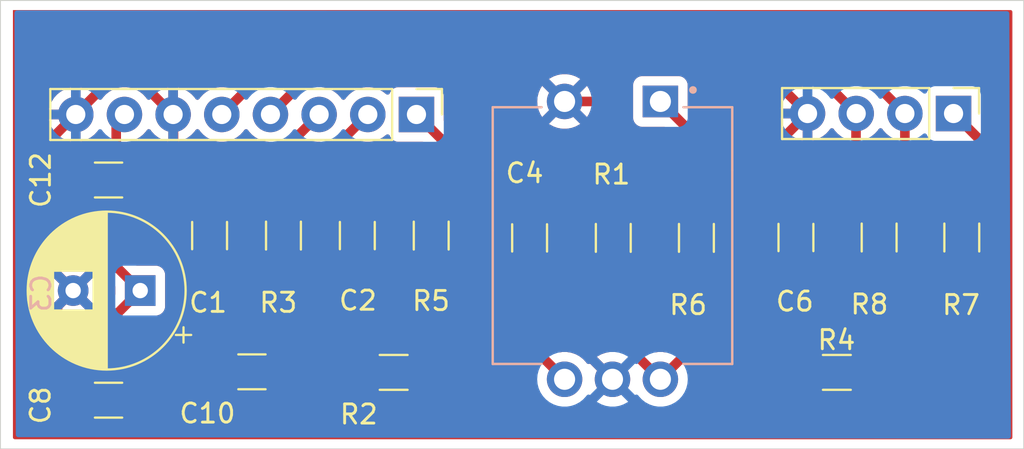
<source format=kicad_pcb>
(kicad_pcb (version 20221018) (generator pcbnew)
  (layers (0 "F.Cu" signal) (31 "B.Cu" signal) (34 "B.Paste" user) (35 "F.Paste" user) (36 "B.SilkS" user "B.Silkscreen") (37 "F.SilkS" user "F.Silkscreen") (38 "B.Mask" user) (39 "F.Mask" user) (44 "Edge.Cuts" user))
  (net 0 "")
  (net 1 "EncoderB")
  (net 2 "GND")
  (net 3 "EncoderA")
  (net 4 "5V")
  (net 5 "SW1")
  (net 6 "Net-(R1-Pad1)")
  (net 7 "Net-(R2-Pad2)")
  (net 8 "Net-(R4-Pad1)")
  (net 9 "SDA")
  (net 10 "SCL")
  (footprint "VAMK_R_SMD:1206" (layer "F.Cu") (at 131.38 89.27 90)
    (fp_text reference "R5" (at -3.41 -0.01 180) (layer "F.SilkS"))
    (fp_text value "10k" hide)
    (fp_line (start -0.727064 -0.91) (end 0.727064 -0.91) (stroke (width 0.12)) (layer "F.SilkS"))
    (fp_line (start -0.727064 0.91) (end 0.727064 0.91) (stroke (width 0.12)) (layer "F.SilkS"))
    (pad "1" smd roundrect (at -1.55 0 90) (size 1.3 1.75) (layers "F.Cu" "F.Paste" "F.Mask") (roundrect_rratio 0.192308) (net 8 "Net-(R4-Pad1)"))
    (pad "2" smd roundrect (at 1.55 0 90) (size 1.3 1.75) (layers "F.Cu" "F.Paste" "F.Mask") (roundrect_rratio 0.192308) (net 3 "EncoderA"))
  )
  (footprint "VAMK_C_SMD:C1206" (layer "F.Cu") (at 127.524335 89.27 -90)
    (fp_text reference "C2" (at 3.39 -0.03 -180) (layer "F.SilkS"))
    (fp_text value "10NF_50V_CER" hide)
    (fp_line (start -0.711252 -0.91) (end 0.711252 -0.91) (stroke (width 0.12)) (layer "F.SilkS"))
    (fp_line (start -0.711252 0.91) (end 0.711252 0.91) (stroke (width 0.12)) (layer "F.SilkS"))
    (pad "1" smd roundrect (at -1.475 0 270) (size 1.15 1.8) (layers "F.Cu" "F.Paste" "F.Mask") (roundrect_rratio 0.217391) (net 3 "EncoderA"))
    (pad "2" smd roundrect (at 1.475 0 270) (size 1.15 1.8) (layers "F.Cu" "F.Paste" "F.Mask") (roundrect_rratio 0.217391) (net 2 "GND"))
  )
  (footprint "VAMK_C_SMD:C1206" (layer "F.Cu") (at 122.023674 96.38)
    (fp_text reference "C10" (at -2.323674 2.17) (layer "F.SilkS"))
    (fp_text value "100NF_50V_CER" hide)
    (fp_line (start -0.711252 -0.91) (end 0.711252 -0.91) (stroke (width 0.12)) (layer "F.SilkS"))
    (fp_line (start -0.711252 0.91) (end 0.711252 0.91) (stroke (width 0.12)) (layer "F.SilkS"))
    (pad "1" smd roundrect (at -1.475 0) (size 1.15 1.8) (layers "F.Cu" "F.Paste" "F.Mask") (roundrect_rratio 0.217391) (net 4 "5V"))
    (pad "2" smd roundrect (at 1.475 0) (size 1.15 1.8) (layers "F.Cu" "F.Paste" "F.Mask") (roundrect_rratio 0.217391) (net 2 "GND"))
  )
  (footprint "VAMK_R_SMD:1206" (layer "F.Cu") (at 129.42 96.41)
    (fp_text reference "R2" (at -1.82 2.19) (layer "F.SilkS"))
    (fp_text value "10k" hide)
    (fp_line (start -0.727064 -0.91) (end 0.727064 -0.91) (stroke (width 0.12)) (layer "F.SilkS"))
    (fp_line (start -0.727064 0.91) (end 0.727064 0.91) (stroke (width 0.12)) (layer "F.SilkS"))
    (pad "1" smd roundrect (at -1.55 0) (size 1.3 1.75) (layers "F.Cu" "F.Paste" "F.Mask") (roundrect_rratio 0.192308) (net 4 "5V"))
    (pad "2" smd roundrect (at 1.55 0) (size 1.3 1.75) (layers "F.Cu" "F.Paste" "F.Mask") (roundrect_rratio 0.192308) (net 7 "Net-(R2-Pad2)"))
  )
  (footprint "VAMK_C_SMD:C1206" (layer "F.Cu") (at 119.813011 89.27 -90)
    (fp_text reference "C1" (at 3.5 0.08 -180) (layer "F.SilkS"))
    (fp_text value "10NF_50V_CER" hide)
    (fp_line (start -0.711252 -0.91) (end 0.711252 -0.91) (stroke (width 0.12)) (layer "F.SilkS"))
    (fp_line (start -0.711252 0.91) (end 0.711252 0.91) (stroke (width 0.12)) (layer "F.SilkS"))
    (pad "1" smd roundrect (at -1.475 0 270) (size 1.15 1.8) (layers "F.Cu" "F.Paste" "F.Mask") (roundrect_rratio 0.217391) (net 1 "EncoderB"))
    (pad "2" smd roundrect (at 1.475 0 270) (size 1.15 1.8) (layers "F.Cu" "F.Paste" "F.Mask") (roundrect_rratio 0.217391) (net 2 "GND"))
  )
  (footprint "VAMK_C:C_P_3_5_8" (layer "F.Cu") (at 116.192651 92.14 180)
    (fp_text reference "C3" (at 5.17 -0.13 90) (layer "B.SilkS") (effects (justify mirror)))
    (fp_text value "100UF_50V_ELE" hide)
    (fp_line (start -2.659698 -2.315) (end -1.859698 -2.315) (stroke (width 0.12)) (layer "F.SilkS"))
    (fp_line (start -2.259698 -2.715) (end -2.259698 -1.915) (stroke (width 0.12)) (layer "F.SilkS"))
    (fp_line (start 1.75 -4.08) (end 1.75 4.08) (stroke (width 0.12)) (layer "F.SilkS"))
    (fp_line (start 1.79 -4.08) (end 1.79 4.08) (stroke (width 0.12)) (layer "F.SilkS"))
    (fp_line (start 1.83 -4.08) (end 1.83 4.08) (stroke (width 0.12)) (layer "F.SilkS"))
    (fp_line (start 1.87 -4.079) (end 1.87 4.079) (stroke (width 0.12)) (layer "F.SilkS"))
    (fp_line (start 1.91 -4.077) (end 1.91 4.077) (stroke (width 0.12)) (layer "F.SilkS"))
    (fp_line (start 1.95 -4.076) (end 1.95 4.076) (stroke (width 0.12)) (layer "F.SilkS"))
    (fp_line (start 1.99 -4.074) (end 1.99 4.074) (stroke (width 0.12)) (layer "F.SilkS"))
    (fp_line (start 2.03 -4.071) (end 2.03 4.071) (stroke (width 0.12)) (layer "F.SilkS"))
    (fp_line (start 2.07 -4.068) (end 2.07 4.068) (stroke (width 0.12)) (layer "F.SilkS"))
    (fp_line (start 2.11 -4.065) (end 2.11 4.065) (stroke (width 0.12)) (layer "F.SilkS"))
    (fp_line (start 2.15 -4.061) (end 2.15 4.061) (stroke (width 0.12)) (layer "F.SilkS"))
    (fp_line (start 2.19 -4.057) (end 2.19 4.057) (stroke (width 0.12)) (layer "F.SilkS"))
    (fp_line (start 2.23 -4.052) (end 2.23 4.052) (stroke (width 0.12)) (layer "F.SilkS"))
    (fp_line (start 2.27 -4.048) (end 2.27 4.048) (stroke (width 0.12)) (layer "F.SilkS"))
    (fp_line (start 2.31 -4.042) (end 2.31 4.042) (stroke (width 0.12)) (layer "F.SilkS"))
    (fp_line (start 2.35 -4.037) (end 2.35 4.037) (stroke (width 0.12)) (layer "F.SilkS"))
    (fp_line (start 2.39 -4.03) (end 2.39 4.03) (stroke (width 0.12)) (layer "F.SilkS"))
    (fp_line (start 2.43 -4.024) (end 2.43 4.024) (stroke (width 0.12)) (layer "F.SilkS"))
    (fp_line (start 2.471 -4.017) (end 2.471 -1.04) (stroke (width 0.12)) (layer "F.SilkS"))
    (fp_line (start 2.471 1.04) (end 2.471 4.017) (stroke (width 0.12)) (layer "F.SilkS"))
    (fp_line (start 2.511 -4.01) (end 2.511 -1.04) (stroke (width 0.12)) (layer "F.SilkS"))
    (fp_line (start 2.511 1.04) (end 2.511 4.01) (stroke (width 0.12)) (layer "F.SilkS"))
    (fp_line (start 2.551 -4.002) (end 2.551 -1.04) (stroke (width 0.12)) (layer "F.SilkS"))
    (fp_line (start 2.551 1.04) (end 2.551 4.002) (stroke (width 0.12)) (layer "F.SilkS"))
    (fp_line (start 2.591 -3.994) (end 2.591 -1.04) (stroke (width 0.12)) (layer "F.SilkS"))
    (fp_line (start 2.591 1.04) (end 2.591 3.994) (stroke (width 0.12)) (layer "F.SilkS"))
    (fp_line (start 2.631 -3.985) (end 2.631 -1.04) (stroke (width 0.12)) (layer "F.SilkS"))
    (fp_line (start 2.631 1.04) (end 2.631 3.985) (stroke (width 0.12)) (layer "F.SilkS"))
    (fp_line (start 2.671 -3.976) (end 2.671 -1.04) (stroke (width 0.12)) (layer "F.SilkS"))
    (fp_line (start 2.671 1.04) (end 2.671 3.976) (stroke (width 0.12)) (layer "F.SilkS"))
    (fp_line (start 2.711 -3.967) (end 2.711 -1.04) (stroke (width 0.12)) (layer "F.SilkS"))
    (fp_line (start 2.711 1.04) (end 2.711 3.967) (stroke (width 0.12)) (layer "F.SilkS"))
    (fp_line (start 2.751 -3.957) (end 2.751 -1.04) (stroke (width 0.12)) (layer "F.SilkS"))
    (fp_line (start 2.751 1.04) (end 2.751 3.957) (stroke (width 0.12)) (layer "F.SilkS"))
    (fp_line (start 2.791 -3.947) (end 2.791 -1.04) (stroke (width 0.12)) (layer "F.SilkS"))
    (fp_line (start 2.791 1.04) (end 2.791 3.947) (stroke (width 0.12)) (layer "F.SilkS"))
    (fp_line (start 2.831 -3.936) (end 2.831 -1.04) (stroke (width 0.12)) (layer "F.SilkS"))
    (fp_line (start 2.831 1.04) (end 2.831 3.936) (stroke (width 0.12)) (layer "F.SilkS"))
    (fp_line (start 2.871 -3.925) (end 2.871 -1.04) (stroke (width 0.12)) (layer "F.SilkS"))
    (fp_line (start 2.871 1.04) (end 2.871 3.925) (stroke (width 0.12)) (layer "F.SilkS"))
    (fp_line (start 2.911 -3.914) (end 2.911 -1.04) (stroke (width 0.12)) (layer "F.SilkS"))
    (fp_line (start 2.911 1.04) (end 2.911 3.914) (stroke (width 0.12)) (layer "F.SilkS"))
    (fp_line (start 2.951 -3.902) (end 2.951 -1.04) (stroke (width 0.12)) (layer "F.SilkS"))
    (fp_line (start 2.951 1.04) (end 2.951 3.902) (stroke (width 0.12)) (layer "F.SilkS"))
    (fp_line (start 2.991 -3.889) (end 2.991 -1.04) (stroke (width 0.12)) (layer "F.SilkS"))
    (fp_line (start 2.991 1.04) (end 2.991 3.889) (stroke (width 0.12)) (layer "F.SilkS"))
    (fp_line (start 3.031 -3.877) (end 3.031 -1.04) (stroke (width 0.12)) (layer "F.SilkS"))
    (fp_line (start 3.031 1.04) (end 3.031 3.877) (stroke (width 0.12)) (layer "F.SilkS"))
    (fp_line (start 3.071 -3.863) (end 3.071 -1.04) (stroke (width 0.12)) (layer "F.SilkS"))
    (fp_line (start 3.071 1.04) (end 3.071 3.863) (stroke (width 0.12)) (layer "F.SilkS"))
    (fp_line (start 3.111 -3.85) (end 3.111 -1.04) (stroke (width 0.12)) (layer "F.SilkS"))
    (fp_line (start 3.111 1.04) (end 3.111 3.85) (stroke (width 0.12)) (layer "F.SilkS"))
    (fp_line (start 3.151 -3.835) (end 3.151 -1.04) (stroke (width 0.12)) (layer "F.SilkS"))
    (fp_line (start 3.151 1.04) (end 3.151 3.835) (stroke (width 0.12)) (layer "F.SilkS"))
    (fp_line (start 3.191 -3.821) (end 3.191 -1.04) (stroke (width 0.12)) (layer "F.SilkS"))
    (fp_line (start 3.191 1.04) (end 3.191 3.821) (stroke (width 0.12)) (layer "F.SilkS"))
    (fp_line (start 3.231 -3.805) (end 3.231 -1.04) (stroke (width 0.12)) (layer "F.SilkS"))
    (fp_line (start 3.231 1.04) (end 3.231 3.805) (stroke (width 0.12)) (layer "F.SilkS"))
    (fp_line (start 3.271 -3.79) (end 3.271 -1.04) (stroke (width 0.12)) (layer "F.SilkS"))
    (fp_line (start 3.271 1.04) (end 3.271 3.79) (stroke (width 0.12)) (layer "F.SilkS"))
    (fp_line (start 3.311 -3.774) (end 3.311 -1.04) (stroke (width 0.12)) (layer "F.SilkS"))
    (fp_line (start 3.311 1.04) (end 3.311 3.774) (stroke (width 0.12)) (layer "F.SilkS"))
    (fp_line (start 3.351 -3.757) (end 3.351 -1.04) (stroke (width 0.12)) (layer "F.SilkS"))
    (fp_line (start 3.351 1.04) (end 3.351 3.757) (stroke (width 0.12)) (layer "F.SilkS"))
    (fp_line (start 3.391 -3.74) (end 3.391 -1.04) (stroke (width 0.12)) (layer "F.SilkS"))
    (fp_line (start 3.391 1.04) (end 3.391 3.74) (stroke (width 0.12)) (layer "F.SilkS"))
    (fp_line (start 3.431 -3.722) (end 3.431 -1.04) (stroke (width 0.12)) (layer "F.SilkS"))
    (fp_line (start 3.431 1.04) (end 3.431 3.722) (stroke (width 0.12)) (layer "F.SilkS"))
    (fp_line (start 3.471 -3.704) (end 3.471 -1.04) (stroke (width 0.12)) (layer "F.SilkS"))
    (fp_line (start 3.471 1.04) (end 3.471 3.704) (stroke (width 0.12)) (layer "F.SilkS"))
    (fp_line (start 3.511 -3.686) (end 3.511 -1.04) (stroke (width 0.12)) (layer "F.SilkS"))
    (fp_line (start 3.511 1.04) (end 3.511 3.686) (stroke (width 0.12)) (layer "F.SilkS"))
    (fp_line (start 3.551 -3.666) (end 3.551 -1.04) (stroke (width 0.12)) (layer "F.SilkS"))
    (fp_line (start 3.551 1.04) (end 3.551 3.666) (stroke (width 0.12)) (layer "F.SilkS"))
    (fp_line (start 3.591 -3.647) (end 3.591 -1.04) (stroke (width 0.12)) (layer "F.SilkS"))
    (fp_line (start 3.591 1.04) (end 3.591 3.647) (stroke (width 0.12)) (layer "F.SilkS"))
    (fp_line (start 3.631 -3.627) (end 3.631 -1.04) (stroke (width 0.12)) (layer "F.SilkS"))
    (fp_line (start 3.631 1.04) (end 3.631 3.627) (stroke (width 0.12)) (layer "F.SilkS"))
    (fp_line (start 3.671 -3.606) (end 3.671 -1.04) (stroke (width 0.12)) (layer "F.SilkS"))
    (fp_line (start 3.671 1.04) (end 3.671 3.606) (stroke (width 0.12)) (layer "F.SilkS"))
    (fp_line (start 3.711 -3.584) (end 3.711 -1.04) (stroke (width 0.12)) (layer "F.SilkS"))
    (fp_line (start 3.711 1.04) (end 3.711 3.584) (stroke (width 0.12)) (layer "F.SilkS"))
    (fp_line (start 3.751 -3.562) (end 3.751 -1.04) (stroke (width 0.12)) (layer "F.SilkS"))
    (fp_line (start 3.751 1.04) (end 3.751 3.562) (stroke (width 0.12)) (layer "F.SilkS"))
    (fp_line (start 3.791 -3.54) (end 3.791 -1.04) (stroke (width 0.12)) (layer "F.SilkS"))
    (fp_line (start 3.791 1.04) (end 3.791 3.54) (stroke (width 0.12)) (layer "F.SilkS"))
    (fp_line (start 3.831 -3.517) (end 3.831 -1.04) (stroke (width 0.12)) (layer "F.SilkS"))
    (fp_line (start 3.831 1.04) (end 3.831 3.517) (stroke (width 0.12)) (layer "F.SilkS"))
    (fp_line (start 3.871 -3.493) (end 3.871 -1.04) (stroke (width 0.12)) (layer "F.SilkS"))
    (fp_line (start 3.871 1.04) (end 3.871 3.493) (stroke (width 0.12)) (layer "F.SilkS"))
    (fp_line (start 3.911 -3.469) (end 3.911 -1.04) (stroke (width 0.12)) (layer "F.SilkS"))
    (fp_line (start 3.911 1.04) (end 3.911 3.469) (stroke (width 0.12)) (layer "F.SilkS"))
    (fp_line (start 3.951 -3.444) (end 3.951 -1.04) (stroke (width 0.12)) (layer "F.SilkS"))
    (fp_line (start 3.951 1.04) (end 3.951 3.444) (stroke (width 0.12)) (layer "F.SilkS"))
    (fp_line (start 3.991 -3.418) (end 3.991 -1.04) (stroke (width 0.12)) (layer "F.SilkS"))
    (fp_line (start 3.991 1.04) (end 3.991 3.418) (stroke (width 0.12)) (layer "F.SilkS"))
    (fp_line (start 4.031 -3.392) (end 4.031 -1.04) (stroke (width 0.12)) (layer "F.SilkS"))
    (fp_line (start 4.031 1.04) (end 4.031 3.392) (stroke (width 0.12)) (layer "F.SilkS"))
    (fp_line (start 4.071 -3.365) (end 4.071 -1.04) (stroke (width 0.12)) (layer "F.SilkS"))
    (fp_line (start 4.071 1.04) (end 4.071 3.365) (stroke (width 0.12)) (layer "F.SilkS"))
    (fp_line (start 4.111 -3.338) (end 4.111 -1.04) (stroke (width 0.12)) (layer "F.SilkS"))
    (fp_line (start 4.111 1.04) (end 4.111 3.338) (stroke (width 0.12)) (layer "F.SilkS"))
    (fp_line (start 4.151 -3.309) (end 4.151 -1.04) (stroke (width 0.12)) (layer "F.SilkS"))
    (fp_line (start 4.151 1.04) (end 4.151 3.309) (stroke (width 0.12)) (layer "F.SilkS"))
    (fp_line (start 4.191 -3.28) (end 4.191 -1.04) (stroke (width 0.12)) (layer "F.SilkS"))
    (fp_line (start 4.191 1.04) (end 4.191 3.28) (stroke (width 0.12)) (layer "F.SilkS"))
    (fp_line (start 4.231 -3.25) (end 4.231 -1.04) (stroke (width 0.12)) (layer "F.SilkS"))
    (fp_line (start 4.231 1.04) (end 4.231 3.25) (stroke (width 0.12)) (layer "F.SilkS"))
    (fp_line (start 4.271 -3.22) (end 4.271 -1.04) (stroke (width 0.12)) (layer "F.SilkS"))
    (fp_line (start 4.271 1.04) (end 4.271 3.22) (stroke (width 0.12)) (layer "F.SilkS"))
    (fp_line (start 4.311 -3.189) (end 4.311 -1.04) (stroke (width 0.12)) (layer "F.SilkS"))
    (fp_line (start 4.311 1.04) (end 4.311 3.189) (stroke (width 0.12)) (layer "F.SilkS"))
    (fp_line (start 4.351 -3.156) (end 4.351 -1.04) (stroke (width 0.12)) (layer "F.SilkS"))
    (fp_line (start 4.351 1.04) (end 4.351 3.156) (stroke (width 0.12)) (layer "F.SilkS"))
    (fp_line (start 4.391 -3.124) (end 4.391 -1.04) (stroke (width 0.12)) (layer "F.SilkS"))
    (fp_line (start 4.391 1.04) (end 4.391 3.124) (stroke (width 0.12)) (layer "F.SilkS"))
    (fp_line (start 4.431 -3.09) (end 4.431 -1.04) (stroke (width 0.12)) (layer "F.SilkS"))
    (fp_line (start 4.431 1.04) (end 4.431 3.09) (stroke (width 0.12)) (layer "F.SilkS"))
    (fp_line (start 4.471 -3.055) (end 4.471 -1.04) (stroke (width 0.12)) (layer "F.SilkS"))
    (fp_line (start 4.471 1.04) (end 4.471 3.055) (stroke (width 0.12)) (layer "F.SilkS"))
    (fp_line (start 4.511 -3.019) (end 4.511 -1.04) (stroke (width 0.12)) (layer "F.SilkS"))
    (fp_line (start 4.511 1.04) (end 4.511 3.019) (stroke (width 0.12)) (layer "F.SilkS"))
    (fp_line (start 4.551 -2.983) (end 4.551 2.983) (stroke (width 0.12)) (layer "F.SilkS"))
    (fp_line (start 4.591 -2.945) (end 4.591 2.945) (stroke (width 0.12)) (layer "F.SilkS"))
    (fp_line (start 4.631 -2.907) (end 4.631 2.907) (stroke (width 0.12)) (layer "F.SilkS"))
    (fp_line (start 4.671 -2.867) (end 4.671 2.867) (stroke (width 0.12)) (layer "F.SilkS"))
    (fp_line (start 4.711 -2.826) (end 4.711 2.826) (stroke (width 0.12)) (layer "F.SilkS"))
    (fp_line (start 4.751 -2.784) (end 4.751 2.784) (stroke (width 0.12)) (layer "F.SilkS"))
    (fp_line (start 4.791 -2.741) (end 4.791 2.741) (stroke (width 0.12)) (layer "F.SilkS"))
    (fp_line (start 4.831 -2.697) (end 4.831 2.697) (stroke (width 0.12)) (layer "F.SilkS"))
    (fp_line (start 4.871 -2.651) (end 4.871 2.651) (stroke (width 0.12)) (layer "F.SilkS"))
    (fp_line (start 4.911 -2.604) (end 4.911 2.604) (stroke (width 0.12)) (layer "F.SilkS"))
    (fp_line (start 4.951 -2.556) (end 4.951 2.556) (stroke (width 0.12)) (layer "F.SilkS"))
    (fp_line (start 4.991 -2.505) (end 4.991 2.505) (stroke (width 0.12)) (layer "F.SilkS"))
    (fp_line (start 5.031 -2.454) (end 5.031 2.454) (stroke (width 0.12)) (layer "F.SilkS"))
    (fp_line (start 5.071 -2.4) (end 5.071 2.4) (stroke (width 0.12)) (layer "F.SilkS"))
    (fp_line (start 5.111 -2.345) (end 5.111 2.345) (stroke (width 0.12)) (layer "F.SilkS"))
    (fp_line (start 5.151 -2.287) (end 5.151 2.287) (stroke (width 0.12)) (layer "F.SilkS"))
    (fp_line (start 5.191 -2.228) (end 5.191 2.228) (stroke (width 0.12)) (layer "F.SilkS"))
    (fp_line (start 5.231 -2.166) (end 5.231 2.166) (stroke (width 0.12)) (layer "F.SilkS"))
    (fp_line (start 5.271 -2.102) (end 5.271 2.102) (stroke (width 0.12)) (layer "F.SilkS"))
    (fp_line (start 5.311 -2.034) (end 5.311 2.034) (stroke (width 0.12)) (layer "F.SilkS"))
    (fp_line (start 5.351 -1.964) (end 5.351 1.964) (stroke (width 0.12)) (layer "F.SilkS"))
    (fp_line (start 5.391 -1.89) (end 5.391 1.89) (stroke (width 0.12)) (layer "F.SilkS"))
    (fp_line (start 5.431 -1.813) (end 5.431 1.813) (stroke (width 0.12)) (layer "F.SilkS"))
    (fp_line (start 5.471 -1.731) (end 5.471 1.731) (stroke (width 0.12)) (layer "F.SilkS"))
    (fp_line (start 5.511 -1.645) (end 5.511 1.645) (stroke (width 0.12)) (layer "F.SilkS"))
    (fp_line (start 5.551 -1.552) (end 5.551 1.552) (stroke (width 0.12)) (layer "F.SilkS"))
    (fp_line (start 5.591 -1.453) (end 5.591 1.453) (stroke (width 0.12)) (layer "F.SilkS"))
    (fp_line (start 5.631 -1.346) (end 5.631 1.346) (stroke (width 0.12)) (layer "F.SilkS"))
    (fp_line (start 5.671 -1.229) (end 5.671 1.229) (stroke (width 0.12)) (layer "F.SilkS"))
    (fp_line (start 5.711 -1.098) (end 5.711 1.098) (stroke (width 0.12)) (layer "F.SilkS"))
    (fp_line (start 5.751 -0.948) (end 5.751 0.948) (stroke (width 0.12)) (layer "F.SilkS"))
    (fp_line (start 5.791 -0.768) (end 5.791 0.768) (stroke (width 0.12)) (layer "F.SilkS"))
    (fp_line (start 5.831 -0.533) (end 5.831 0.533) (stroke (width 0.12)) (layer "F.SilkS"))
    (fp_circle (center 1.75 0) (end 5.87 0) (stroke (width 0.12)) (fill none) (layer "F.SilkS"))
    (pad "1" thru_hole rect (at 0 0 180) (size 1.6 1.6) (drill 0.8) (layers "*.Cu" "*.Mask") (net 4 "5V"))
    (pad "2" thru_hole circle (at 3.5 0 180) (size 1.6 1.6) (drill 0.8) (layers "*.Cu" "*.Mask") (net 2 "GND"))
  )
  (footprint "VAMK_R_SMD:1206" (layer "F.Cu") (at 140.882038 89.39 90)
    (fp_text reference "R1" (at 3.31 -0.1 180) (layer "F.SilkS"))
    (fp_text value "10k" hide)
    (fp_line (start -0.727064 -0.91) (end 0.727064 -0.91) (stroke (width 0.12)) (layer "F.SilkS"))
    (fp_line (start -0.727064 0.91) (end 0.727064 0.91) (stroke (width 0.12)) (layer "F.SilkS"))
    (pad "1" smd roundrect (at -1.55 0 90) (size 1.3 1.75) (layers "F.Cu" "F.Paste" "F.Mask") (roundrect_rratio 0.192308) (net 6 "Net-(R1-Pad1)"))
    (pad "2" smd roundrect (at 1.55 0 90) (size 1.3 1.75) (layers "F.Cu" "F.Paste" "F.Mask") (roundrect_rratio 0.192308) (net 5 "SW1"))
  )
  (footprint "VAMK_C_SMD:C1206" (layer "F.Cu") (at 114.54 97.86 180)
    (fp_text reference "C8" (at 3.55 -0.27 90) (layer "F.SilkS"))
    (fp_text value "100NF_50V_CER" hide)
    (fp_line (start -0.711252 -0.91) (end 0.711252 -0.91) (stroke (width 0.12)) (layer "F.SilkS"))
    (fp_line (start -0.711252 0.91) (end 0.711252 0.91) (stroke (width 0.12)) (layer "F.SilkS"))
    (pad "1" smd roundrect (at -1.475 0 180) (size 1.15 1.8) (layers "F.Cu" "F.Paste" "F.Mask") (roundrect_rratio 0.217391) (net 4 "5V"))
    (pad "2" smd roundrect (at 1.475 0 180) (size 1.15 1.8) (layers "F.Cu" "F.Paste" "F.Mask") (roundrect_rratio 0.217391) (net 2 "GND"))
  )
  (footprint "VAMK_R_SMD:1206" (layer "F.Cu") (at 152.55 96.41)
    (fp_text reference "R4" (at -0.02 -1.69) (layer "F.SilkS"))
    (fp_text value "10k" hide)
    (fp_line (start -0.727064 -0.91) (end 0.727064 -0.91) (stroke (width 0.12)) (layer "F.SilkS"))
    (fp_line (start -0.727064 0.91) (end 0.727064 0.91) (stroke (width 0.12)) (layer "F.SilkS"))
    (pad "1" smd roundrect (at -1.55 0) (size 1.3 1.75) (layers "F.Cu" "F.Paste" "F.Mask") (roundrect_rratio 0.192308) (net 8 "Net-(R4-Pad1)"))
    (pad "2" smd roundrect (at 1.55 0) (size 1.3 1.75) (layers "F.Cu" "F.Paste" "F.Mask") (roundrect_rratio 0.192308) (net 4 "5V"))
  )
  (footprint "VAMK_C_SMD:C1206" (layer "F.Cu") (at 150.414068 89.37 90)
    (fp_text reference "C6" (at -3.34 -0.06) (layer "F.SilkS"))
    (fp_text value "100NF_50V_CER" hide)
    (fp_line (start -0.711252 -0.91) (end 0.711252 -0.91) (stroke (width 0.12)) (layer "F.SilkS"))
    (fp_line (start -0.711252 0.91) (end 0.711252 0.91) (stroke (width 0.12)) (layer "F.SilkS"))
    (pad "1" smd roundrect (at -1.475 0 90) (size 1.15 1.8) (layers "F.Cu" "F.Paste" "F.Mask") (roundrect_rratio 0.217391) (net 4 "5V"))
    (pad "2" smd roundrect (at 1.475 0 90) (size 1.15 1.8) (layers "F.Cu" "F.Paste" "F.Mask") (roundrect_rratio 0.217391) (net 2 "GND"))
  )
  (footprint "VAMK_C_SMD:C1206" (layer "F.Cu") (at 114.54 86.37 180)
    (fp_text reference "C12" (at 3.54 0 90) (layer "F.SilkS"))
    (fp_text value "100NF_50V_CER" hide)
    (fp_line (start -0.711252 -0.91) (end 0.711252 -0.91) (stroke (width 0.12)) (layer "F.SilkS"))
    (fp_line (start -0.711252 0.91) (end 0.711252 0.91) (stroke (width 0.12)) (layer "F.SilkS"))
    (pad "1" smd roundrect (at -1.475 0 180) (size 1.15 1.8) (layers "F.Cu" "F.Paste" "F.Mask") (roundrect_rratio 0.217391) (net 4 "5V"))
    (pad "2" smd roundrect (at 1.475 0 180) (size 1.15 1.8) (layers "F.Cu" "F.Paste" "F.Mask") (roundrect_rratio 0.217391) (net 2 "GND"))
  )
  (footprint "VAMK_C_SMD:C1206" (layer "F.Cu") (at 136.514076 89.39 -90)
    (fp_text reference "C4" (at -3.38 0.26) (layer "F.SilkS"))
    (fp_text value "10NF_50V_CER" hide)
    (fp_line (start -0.711252 -0.91) (end 0.711252 -0.91) (stroke (width 0.12)) (layer "F.SilkS"))
    (fp_line (start -0.711252 0.91) (end 0.711252 0.91) (stroke (width 0.12)) (layer "F.SilkS"))
    (pad "1" smd roundrect (at -1.475 0 270) (size 1.15 1.8) (layers "F.Cu" "F.Paste" "F.Mask") (roundrect_rratio 0.217391) (net 5 "SW1"))
    (pad "2" smd roundrect (at 1.475 0 270) (size 1.15 1.8) (layers "F.Cu" "F.Paste" "F.Mask") (roundrect_rratio 0.217391) (net 2 "GND"))
  )
  (footprint "VAMK_R_SMD:1206" (layer "F.Cu") (at 154.757034 89.37 90)
    (fp_text reference "R8" (at -3.49 -0.507034 180) (layer "F.SilkS"))
    (fp_text value "10k" hide)
    (fp_line (start -0.727064 -0.91) (end 0.727064 -0.91) (stroke (width 0.12)) (layer "F.SilkS"))
    (fp_line (start -0.727064 0.91) (end 0.727064 0.91) (stroke (width 0.12)) (layer "F.SilkS"))
    (pad "1" smd roundrect (at -1.55 0 90) (size 1.3 1.75) (layers "F.Cu" "F.Paste" "F.Mask") (roundrect_rratio 0.192308) (net 4 "5V"))
    (pad "2" smd roundrect (at 1.55 0 90) (size 1.3 1.75) (layers "F.Cu" "F.Paste" "F.Mask") (roundrect_rratio 0.192308) (net 10 "SCL"))
  )
  (footprint "VAMK_R_SMD:1206" (layer "F.Cu") (at 159.07 89.37 90)
    (fp_text reference "R7" (at -3.52 -0.04 180) (layer "F.SilkS"))
    (fp_text value "10k" hide)
    (fp_line (start -0.727064 -0.91) (end 0.727064 -0.91) (stroke (width 0.12)) (layer "F.SilkS"))
    (fp_line (start -0.727064 0.91) (end 0.727064 0.91) (stroke (width 0.12)) (layer "F.SilkS"))
    (pad "1" smd roundrect (at -1.55 0 90) (size 1.3 1.75) (layers "F.Cu" "F.Paste" "F.Mask") (roundrect_rratio 0.192308) (net 4 "5V"))
    (pad "2" smd roundrect (at 1.55 0 90) (size 1.3 1.75) (layers "F.Cu" "F.Paste" "F.Mask") (roundrect_rratio 0.192308) (net 9 "SDA"))
  )
  (footprint "VAMK_R_SMD:1206" (layer "F.Cu") (at 145.22 89.39 90)
    (fp_text reference "R6" (at -3.5 -0.43 180) (layer "F.SilkS"))
    (fp_text value "10k" hide)
    (fp_line (start -0.727064 -0.91) (end 0.727064 -0.91) (stroke (width 0.12)) (layer "F.SilkS"))
    (fp_line (start -0.727064 0.91) (end 0.727064 0.91) (stroke (width 0.12)) (layer "F.SilkS"))
    (pad "1" smd roundrect (at -1.55 0 90) (size 1.3 1.75) (layers "F.Cu" "F.Paste" "F.Mask") (roundrect_rratio 0.192308) (net 4 "5V"))
    (pad "2" smd roundrect (at 1.55 0 90) (size 1.3 1.75) (layers "F.Cu" "F.Paste" "F.Mask") (roundrect_rratio 0.192308) (net 6 "Net-(R1-Pad1)"))
  )
  (footprint "VAMK_CON:ROW_VERT_1x4" (layer "F.Cu") (at 158.64 82.9 -90)
    (fp_text reference "ROW_VERT/1X1" hide)
    (fp_text value "ROW_VERT_1X4" hide)
    (fp_line (start -1.33 -1.33) (end 0 -1.33) (stroke (width 0.12)) (layer "F.SilkS"))
    (fp_line (start -1.33 0) (end -1.33 -1.33) (stroke (width 0.12)) (layer "F.SilkS"))
    (fp_line (start -1.33 1.27) (end -1.33 8.95) (stroke (width 0.12)) (layer "F.SilkS"))
    (fp_line (start -1.33 1.27) (end 1.33 1.27) (stroke (width 0.12)) (layer "F.SilkS"))
    (fp_line (start -1.33 8.95) (end 1.33 8.95) (stroke (width 0.12)) (layer "F.SilkS"))
    (fp_line (start 1.33 1.27) (end 1.33 8.95) (stroke (width 0.12)) (layer "F.SilkS"))
    (pad "1" thru_hole rect (at 0 0 270) (size 1.85 1.85) (drill 1) (layers "*.Cu" "*.Mask") (net 4 "5V"))
    (pad "2" thru_hole oval (at 0 2.54 270) (size 1.85 1.85) (drill 1) (layers "*.Cu" "*.Mask") (net 9 "SDA"))
    (pad "3" thru_hole oval (at 0 5.08 270) (size 1.85 1.85) (drill 1) (layers "*.Cu" "*.Mask") (net 10 "SCL"))
    (pad "4" thru_hole oval (at 0 7.62 270) (size 1.85 1.85) (drill 1) (layers "*.Cu" "*.Mask") (net 2 "GND"))
  )
  (footprint "VAMK_R_SMD:1206" (layer "F.Cu") (at 123.668673 89.27 90)
    (fp_text reference "R3" (at -3.5 -0.27 180) (layer "F.SilkS"))
    (fp_text value "10k" hide)
    (fp_line (start -0.727064 -0.91) (end 0.727064 -0.91) (stroke (width 0.12)) (layer "F.SilkS"))
    (fp_line (start -0.727064 0.91) (end 0.727064 0.91) (stroke (width 0.12)) (layer "F.SilkS"))
    (pad "1" smd roundrect (at -1.55 0 90) (size 1.3 1.75) (layers "F.Cu" "F.Paste" "F.Mask") (roundrect_rratio 0.192308) (net 7 "Net-(R2-Pad2)"))
    (pad "2" smd roundrect (at 1.55 0 90) (size 1.3 1.75) (layers "F.Cu" "F.Paste" "F.Mask") (roundrect_rratio 0.192308) (net 1 "EncoderB"))
  )
  (footprint "VAMK_CON:ROW_VERT_1x8" (layer "F.Cu") (at 130.61 82.95 -90)
    (fp_text reference "ROW_VERT/1X2" hide)
    (fp_text value "ROW_VERT_1X8" hide)
    (fp_line (start -1.33 -1.33) (end 0 -1.33) (stroke (width 0.12)) (layer "F.SilkS"))
    (fp_line (start -1.33 0) (end -1.33 -1.33) (stroke (width 0.12)) (layer "F.SilkS"))
    (fp_line (start -1.33 1.27) (end -1.33 19.11) (stroke (width 0.12)) (layer "F.SilkS"))
    (fp_line (start -1.33 1.27) (end 1.33 1.27) (stroke (width 0.12)) (layer "F.SilkS"))
    (fp_line (start -1.33 19.11) (end 1.33 19.11) (stroke (width 0.12)) (layer "F.SilkS"))
    (fp_line (start 1.33 1.27) (end 1.33 19.11) (stroke (width 0.12)) (layer "F.SilkS"))
    (pad "1" thru_hole rect (at 0 0 270) (size 1.85 1.85) (drill 1) (layers "*.Cu" "*.Mask") (net 5 "SW1"))
    (pad "2" thru_hole oval (at 0 2.54 270) (size 1.85 1.85) (drill 1) (layers "*.Cu" "*.Mask") (net 3 "EncoderA"))
    (pad "3" thru_hole oval (at 0 5.08 270) (size 1.85 1.85) (drill 1) (layers "*.Cu" "*.Mask") (net 1 "EncoderB"))
    (pad "4" thru_hole oval (at 0 7.62 270) (size 1.85 1.85) (drill 1) (layers "*.Cu" "*.Mask") (net 10 "SCL"))
    (pad "5" thru_hole oval (at 0 10.16 270) (size 1.85 1.85) (drill 1) (layers "*.Cu" "*.Mask") (net 9 "SDA"))
    (pad "6" thru_hole oval (at 0 12.7 270) (size 1.85 1.85) (drill 1) (layers "*.Cu" "*.Mask") (net 2 "GND"))
    (pad "7" thru_hole oval (at 0 15.24 270) (size 1.85 1.85) (drill 1) (layers "*.Cu" "*.Mask") (net 4 "5V"))
    (pad "8" thru_hole oval (at 0 17.78 270) (size 1.85 1.85) (drill 1) (layers "*.Cu" "*.Mask") (net 2 "GND"))
  )
  (footprint "Encoder:XDCR_PEC11R-4215F-S0024" (layer "B.Cu") (at 140.84 89.27 180)
    (fp_text reference "SW1" hide)
    (fp_text value "Encoder" hide)
    (fp_line (start -6.25 -6.7) (end -3.7 -6.7) (stroke (width 0.127)) (layer "B.SilkS"))
    (fp_line (start -6.25 3.4) (end -6.25 -6.7) (stroke (width 0.127)) (layer "B.SilkS"))
    (fp_line (start -6.25 3.4) (end -6.25 6.7) (stroke (width 0.127)) (layer "B.SilkS"))
    (fp_line (start -6.25 6.7) (end -3.7 6.7) (stroke (width 0.127)) (layer "B.SilkS"))
    (fp_line (start 3.7 -6.7) (end 6.25 -6.7) (stroke (width 0.127)) (layer "B.SilkS"))
    (fp_line (start 3.7 6.7) (end 6.25 6.7) (stroke (width 0.127)) (layer "B.SilkS"))
    (fp_line (start 6.25 -6.7) (end 6.25 3.4) (stroke (width 0.127)) (layer "B.SilkS"))
    (fp_line (start 6.25 6.7) (end 6.25 3.4) (stroke (width 0.127)) (layer "B.SilkS"))
    (fp_circle (center -4.2 7.6) (end -4.1 7.6) (stroke (width 0.2)) (fill none) (layer "B.SilkS"))
    (pad "A" thru_hole circle (at -2.5 -7.5 180) (size 1.85 1.85) (drill 1.1) (layers "*.Cu" "*.Mask") (net 8 "Net-(R4-Pad1)"))
    (pad "B" thru_hole circle (at 2.5 -7.5 180) (size 1.85 1.85) (drill 1.1) (layers "*.Cu" "*.Mask") (net 7 "Net-(R2-Pad2)"))
    (pad "COM" thru_hole circle (at 0 -7.5 180) (size 1.85 1.85) (drill 1.1) (layers "*.Cu" "*.Mask") (net 2 "GND"))
    (pad "S1" thru_hole rect (at -2.5 7 180) (size 1.85 1.65) (drill 1.1) (layers "*.Cu" "*.Mask") (net 6 "Net-(R1-Pad1)"))
    (pad "S2" thru_hole circle (at 2.5 7 180) (size 1.85 1.85) (drill 1.1) (layers "*.Cu" "*.Mask") (net 2 "GND"))
  )
  (gr_rect (start 109.65 77.6) (end 161.61 99.8) (stroke (width 0.2)) (fill none) (layer "F.Cu"))
  (gr_rect (start 108.9 77) (end 162.3 100.4) (stroke (width 0.05)) (fill none) (layer "Edge.Cuts"))
  (segment (start 122.938673 86.99) (end 123.668673 87.72) (width 0.5) (layer "F.Cu") (net 1))
  (segment (start 123.74 84.74) (end 125.53 82.95) (width 0.5) (layer "F.Cu") (net 1))
  (segment (start 120.618011 86.99) (end 122.938673 86.99) (width 0.5) (layer "F.Cu") (net 1))
  (segment (start 123.668673 87.72) (end 123.74 87.648673) (width 0.5) (layer "F.Cu") (net 1))
  (segment (start 123.74 87.648673) (end 123.74 84.74) (width 0.5) (layer "F.Cu") (net 1))
  (segment (start 119.813011 87.795) (end 120.618011 86.99) (width 0.5) (layer "F.Cu") (net 1))
  (segment (start 127.524335 90.745) (end 128.849335 89.42) (width 0.5) (layer "F.Cu") (net 2))
  (segment (start 116.16 81.21) (end 117.9 82.95) (width 0.5) (layer "F.Cu") (net 2))
  (segment (start 111.73 91.177349) (end 111.73 87.705) (width 0.5) (layer "F.Cu") (net 2))
  (segment (start 111.88 96.675) (end 111.88 92.952651) (width 0.5) (layer "F.Cu") (net 2))
  (segment (start 111.88 92.952651) (end 112.692651 92.14) (width 0.5) (layer "F.Cu") (net 2))
  (segment (start 126.199335 89.42) (end 127.524335 90.745) (width 0.5) (layer "F.Cu") (net 2))
  (segment (start 140.84 96.77) (end 138.43 94.36) (width 0.5) (layer "F.Cu") (net 2))
  (segment (start 151.02 82.9) (end 149.55 84.37) (width 0.5) (layer "F.Cu") (net 2))
  (segment (start 111.78 85.085) (end 111.78 84) (width 0.5) (layer "F.Cu") (net 2))
  (segment (start 151.02 82.9) (end 148.815 80.695) (width 0.5) (layer "F.Cu") (net 2))
  (segment (start 121.297531 90.745) (end 122.166266 89.876266) (width 0.5) (layer "F.Cu") (net 2))
  (segment (start 113.065 97.86) (end 111.88 96.675) (width 0.5) (layer "F.Cu") (net 2))
  (segment (start 131.43 94.36) (end 127.815 90.745) (width 0.5) (layer "F.Cu") (net 2))
  (segment (start 121.79 92.721989) (end 119.813011 90.745) (width 0.5) (layer "F.Cu") (net 2))
  (segment (start 122.622531 89.42) (end 126.199335 89.42) (width 0.5) (layer "F.Cu") (net 2))
  (segment (start 143.13 88.06) (end 143.13 85.33) (width 0.5) (layer "F.Cu") (net 2))
  (segment (start 119.813011 90.745) (end 121.297531 90.745) (width 0.5) (layer "F.Cu") (net 2))
  (segment (start 117.91 82.95) (end 117.93 82.97) (width 0.5) (layer "F.Cu") (net 2))
  (segment (start 111.73 87.705) (end 113.065 86.37) (width 0.5) (layer "F.Cu") (net 2))
  (segment (start 117.93 82.97) (end 117.93 88.861989) (width 0.5) (layer "F.Cu") (net 2))
  (segment (start 112.83 82.95) (end 114.57 81.21) (width 0.5) (layer "F.Cu") (net 2))
  (segment (start 149.55 87.030932) (end 150.414068 87.895) (width 0.5) (layer "F.Cu") (net 2))
  (segment (start 121.79 90.252532) (end 122.166266 89.876266) (width 0.5) (layer "F.Cu") (net 2))
  (segment (start 140.07 82.27) (end 141.645 80.695) (width 0.5) (layer "F.Cu") (net 2))
  (segment (start 141.65 89.54) (end 143.13 88.06) (width 0.5) (layer "F.Cu") (net 2))
  (segment (start 149.55 84.37) (end 149.55 87.030932) (width 0.5) (layer "F.Cu") (net 2))
  (segment (start 128.849335 89.42) (end 135.069076 89.42) (width 0.5) (layer "F.Cu") (net 2))
  (segment (start 137.839076 89.54) (end 141.65 89.54) (width 0.5) (layer "F.Cu") (net 2))
  (segment (start 123.498674 96.38) (end 121.79 94.671326) (width 0.5) (layer "F.Cu") (net 2))
  (segment (start 122.166266 89.876266) (end 122.622531 89.42) (width 0.5) (layer "F.Cu") (net 2))
  (segment (start 143.13 85.33) (end 140.07 82.27) (width 0.5) (layer "F.Cu") (net 2))
  (segment (start 138.43 94.36) (end 131.43 94.36) (width 0.5) (layer "F.Cu") (net 2))
  (segment (start 135.069076 89.42) (end 136.514076 90.865) (width 0.5) (layer "F.Cu") (net 2))
  (segment (start 114.57 81.21) (end 116.16 81.21) (width 0.5) (layer "F.Cu") (net 2))
  (segment (start 112.692651 92.14) (end 111.73 91.177349) (width 0.5) (layer "F.Cu") (net 2))
  (segment (start 113.065 86.37) (end 111.78 85.085) (width 0.5) (layer "F.Cu") (net 2))
  (segment (start 140.07 82.27) (end 138.34 82.27) (width 0.5) (layer "F.Cu") (net 2))
  (segment (start 117.9 82.95) (end 117.91 82.95) (width 0.5) (layer "F.Cu") (net 2))
  (segment (start 121.79 94.671326) (end 121.79 92.721989) (width 0.5) (layer "F.Cu") (net 2))
  (segment (start 117.93 88.861989) (end 119.813011 90.745) (width 0.5) (layer "F.Cu") (net 2))
  (segment (start 141.645 80.695) (end 148.815 80.695) (width 0.5) (layer "F.Cu") (net 2))
  (segment (start 111.78 84) (end 112.83 82.95) (width 0.5) (layer "F.Cu") (net 2))
  (segment (start 136.514076 90.865) (end 137.839076 89.54) (width 0.5) (layer "F.Cu") (net 2))
  (segment (start 127.815 90.745) (end 127.524335 90.745) (width 0.5) (layer "F.Cu") (net 2))
  (segment (start 128.689335 86.63) (end 130.29 86.63) (width 0.5) (layer "F.Cu") (net 3))
  (segment (start 130.29 86.63) (end 131.38 87.72) (width 0.5) (layer "F.Cu") (net 3))
  (segment (start 126.44 86.710665) (end 127.524335 87.795) (width 0.5) (layer "F.Cu") (net 3))
  (segment (start 127.524335 87.795) (end 128.689335 86.63) (width 0.5) (layer "F.Cu") (net 3))
  (segment (start 126.44 84.58) (end 126.44 86.710665) (width 0.5) (layer "F.Cu") (net 3))
  (segment (start 128.07 82.95) (end 126.44 84.58) (width 0.5) (layer "F.Cu") (net 3))
  (segment (start 158.13 91.86) (end 159.07 90.92) (width 0.5) (layer "F.Cu") (net 4))
  (segment (start 114.99 90.937349) (end 114.99 87.395) (width 0.5) (layer "F.Cu") (net 4))
  (segment (start 122.738674 98.57) (end 120.548674 96.38) (width 0.5) (layer "F.Cu") (net 4))
  (segment (start 155.18 97.49) (end 158.6 97.49) (width 0.5) (layer "F.Cu") (net 4))
  (segment (start 114.94 85.295) (end 114.94 83.38) (width 0.5) (layer "F.Cu") (net 4))
  (segment (start 151.429068 91.86) (end 153.817034 91.86) (width 0.5) (layer "F.Cu") (net 4))
  (segment (start 116.015 97.86) (end 117.545 96.33) (width 0.5) (layer "F.Cu") (net 4))
  (segment (start 151.88 98.63) (end 154.1 96.41) (width 0.5) (layer "F.Cu") (net 4))
  (segment (start 154.757034 90.92) (end 155.697034 91.86) (width 0.5) (layer "F.Cu") (net 4))
  (segment (start 145.22 90.94) (end 146.11 91.83) (width 0.5) (layer "F.Cu") (net 4))
  (segment (start 127.87 96.41) (end 125.71 98.57) (width 0.5) (layer "F.Cu") (net 4))
  (segment (start 154.757034 90.92) (end 155.55 91.712966) (width 0.5) (layer "F.Cu") (net 4))
  (segment (start 116.192651 92.14) (end 114.98 93.352651) (width 0.5) (layer "F.Cu") (net 4))
  (segment (start 155.697034 91.86) (end 158.13 91.86) (width 0.5) (layer "F.Cu") (net 4))
  (segment (start 125.71 98.57) (end 122.738674 98.57) (width 0.5) (layer "F.Cu") (net 4))
  (segment (start 160.695 84.955) (end 160.695 89.295) (width 0.5) (layer "F.Cu") (net 4))
  (segment (start 130.09 98.63) (end 151.88 98.63) (width 0.5) (layer "F.Cu") (net 4))
  (segment (start 153.817034 91.86) (end 154.757034 90.92) (width 0.5) (layer "F.Cu") (net 4))
  (segment (start 160.695 89.295) (end 159.07 90.92) (width 0.5) (layer "F.Cu") (net 4))
  (segment (start 127.87 96.41) (end 130.09 98.63) (width 0.5) (layer "F.Cu") (net 4))
  (segment (start 160.6 92.45) (end 159.07 90.92) (width 0.5) (layer "F.Cu") (net 4))
  (segment (start 150.414068 90.845) (end 151.429068 91.86) (width 0.5) (layer "F.Cu") (net 4))
  (segment (start 149.429068 91.83) (end 150.414068 90.845) (width 0.5) (layer "F.Cu") (net 4))
  (segment (start 117.545 96.33) (end 120.498674 96.33) (width 0.5) (layer "F.Cu") (net 4))
  (segment (start 146.11 91.83) (end 149.429068 91.83) (width 0.5) (layer "F.Cu") (net 4))
  (segment (start 116.015 86.37) (end 114.94 85.295) (width 0.5) (layer "F.Cu") (net 4))
  (segment (start 160.6 95.49) (end 160.6 92.45) (width 0.5) (layer "F.Cu") (net 4))
  (segment (start 158.6 97.49) (end 160.6 95.49) (width 0.5) (layer "F.Cu") (net 4))
  (segment (start 114.98 93.352651) (end 114.98 96.825) (width 0.5) (layer "F.Cu") (net 4))
  (segment (start 154.1 96.41) (end 155.18 97.49) (width 0.5) (layer "F.Cu") (net 4))
  (segment (start 116.192651 92.14) (end 114.99 90.937349) (width 0.5) (layer "F.Cu") (net 4))
  (segment (start 114.99 87.395) (end 116.015 86.37) (width 0.5) (layer "F.Cu") (net 4))
  (segment (start 158.64 82.9) (end 160.695 84.955) (width 0.5) (layer "F.Cu") (net 4))
  (segment (start 120.498674 96.33) (end 120.548674 96.38) (width 0.5) (layer "F.Cu") (net 4))
  (segment (start 114.94 83.38) (end 115.37 82.95) (width 0.5) (layer "F.Cu") (net 4))
  (segment (start 114.98 96.825) (end 116.015 97.86) (width 0.5) (layer "F.Cu") (net 4))
  (segment (start 136.514076 87.915) (end 137.379076 87.05) (width 0.5) (layer "F.Cu") (net 5))
  (segment (start 134.259076 85.66) (end 133.33 85.66) (width 0.5) (layer "F.Cu") (net 5))
  (segment (start 137.379076 87.05) (end 140.092038 87.05) (width 0.5) (layer "F.Cu") (net 5))
  (segment (start 130.62 82.95) (end 130.61 82.95) (width 0.5) (layer "F.Cu") (net 5))
  (segment (start 136.514076 87.915) (end 134.259076 85.66) (width 0.5) (layer "F.Cu") (net 5))
  (segment (start 140.092038 87.05) (end 140.882038 87.84) (width 0.5) (layer "F.Cu") (net 5))
  (segment (start 133.33 85.66) (end 130.62 82.95) (width 0.5) (layer "F.Cu") (net 5))
  (segment (start 142.12 90.94) (end 145.22 87.84) (width 0.5) (layer "F.Cu") (net 6))
  (segment (start 145.22 84.15) (end 145.22 87.84) (width 0.5) (layer "F.Cu") (net 6))
  (segment (start 140.882038 90.94) (end 142.12 90.94) (width 0.5) (layer "F.Cu") (net 6))
  (segment (start 143.34 82.27) (end 145.22 84.15) (width 0.5) (layer "F.Cu") (net 6))
  (segment (start 138.34 96.77) (end 136.93 95.36) (width 0.5) (layer "F.Cu") (net 7))
  (segment (start 130.9 96.41) (end 127.95 93.46) (width 0.5) (layer "F.Cu") (net 7))
  (segment (start 127.95 93.46) (end 126.308673 93.46) (width 0.5) (layer "F.Cu") (net 7))
  (segment (start 136.93 95.36) (end 132.02 95.36) (width 0.5) (layer "F.Cu") (net 7))
  (segment (start 130.97 96.41) (end 130.9 96.41) (width 0.5) (layer "F.Cu") (net 7))
  (segment (start 132.02 95.36) (end 130.97 96.41) (width 0.5) (layer "F.Cu") (net 7))
  (segment (start 126.308673 93.46) (end 123.668673 90.82) (width 0.5) (layer "F.Cu") (net 7))
  (segment (start 149.92 95.33) (end 151 96.41) (width 0.5) (layer "F.Cu") (net 8))
  (segment (start 131.38 90.82) (end 133.919999 93.359999) (width 0.5) (layer "F.Cu") (net 8))
  (segment (start 139.929999 93.359999) (end 143.34 96.77) (width 0.5) (layer "F.Cu") (net 8))
  (segment (start 133.919999 93.359999) (end 139.929999 93.359999) (width 0.5) (layer "F.Cu") (net 8))
  (segment (start 144.78 95.33) (end 149.92 95.33) (width 0.5) (layer "F.Cu") (net 8))
  (segment (start 143.34 96.77) (end 144.78 95.33) (width 0.5) (layer "F.Cu") (net 8))
  (segment (start 159.07 87.81) (end 159.07 87.82) (width 0.5) (layer "F.Cu") (net 9))
  (segment (start 156.1 82.9) (end 156.1 84.84) (width 0.5) (layer "F.Cu") (net 9))
  (segment (start 124.705 78.695) (end 151.895 78.695) (width 0.5) (layer "F.Cu") (net 9))
  (segment (start 151.895 78.695) (end 156.1 82.9) (width 0.5) (layer "F.Cu") (net 9))
  (segment (start 120.45 82.95) (end 124.705 78.695) (width 0.5) (layer "F.Cu") (net 9))
  (segment (start 156.1 84.84) (end 159.07 87.81) (width 0.5) (layer "F.Cu") (net 9))
  (segment (start 159.07 87.82) (end 159.07 87.79) (width 0.5) (layer "F.Cu") (net 9))
  (segment (start 153.55 82.91) (end 153.56 82.9) (width 0.5) (layer "F.Cu") (net 10))
  (segment (start 126.245 79.695) (end 150.355 79.695) (width 0.5) (layer "F.Cu") (net 10))
  (segment (start 150.355 79.695) (end 153.56 82.9) (width 0.5) (layer "F.Cu") (net 10))
  (segment (start 122.99 82.95) (end 126.245 79.695) (width 0.5) (layer "F.Cu") (net 10))
  (segment (start 154.757034 87.82) (end 153.55 86.612966) (width 0.5) (layer "F.Cu") (net 10))
  (segment (start 153.55 86.612966) (end 153.55 82.91) (width 0.5) (layer "F.Cu") (net 10))
  (zone (net 2) (net_name "GND") (layer "F.Cu") (connect_pads (clearance 0.5)) (min_thickness 0.25) (fill yes (thermal_gap 0.5) (thermal_bridge_width 0.5))
    (polygon (pts (xy 109.65 77.6) (xy 161.61 77.6) (xy 161.61 99.8) (xy 109.65 99.8)))
  )
  (zone (net 2) (net_name "GND") (layer "B.Cu") (priority 1) (connect_pads (clearance 0.5)) (min_thickness 0.25) (fill yes (thermal_gap 0.5) (thermal_bridge_width 0.5))
    (polygon (pts (xy 109.63 77.52) (xy 161.55 77.56) (xy 161.63 99.87) (xy 109.7 99.79)))
  )
)
</source>
